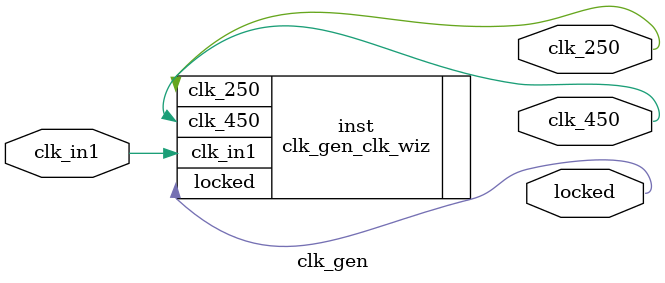
<source format=v>


`timescale 1ps/1ps

(* CORE_GENERATION_INFO = "clk_gen,clk_wiz_v6_0_11_0_0,{component_name=clk_gen,use_phase_alignment=true,use_min_o_jitter=false,use_max_i_jitter=false,use_dyn_phase_shift=false,use_inclk_switchover=false,use_dyn_reconfig=false,enable_axi=0,feedback_source=FDBK_AUTO,PRIMITIVE=MMCM,num_out_clk=2,clkin1_period=10.000,clkin2_period=10.000,use_power_down=false,use_reset=false,use_locked=true,use_inclk_stopped=false,feedback_type=SINGLE,CLOCK_MGR_TYPE=NA,manual_override=false}" *)

module clk_gen 
 (
  // Clock out ports
  output        clk_450,
  output        clk_250,
  // Status and control signals
  output        locked,
 // Clock in ports
  input         clk_in1
 );

  clk_gen_clk_wiz inst
  (
  // Clock out ports  
  .clk_450(clk_450),
  .clk_250(clk_250),
  // Status and control signals               
  .locked(locked),
 // Clock in ports
  .clk_in1(clk_in1)
  );

endmodule

</source>
